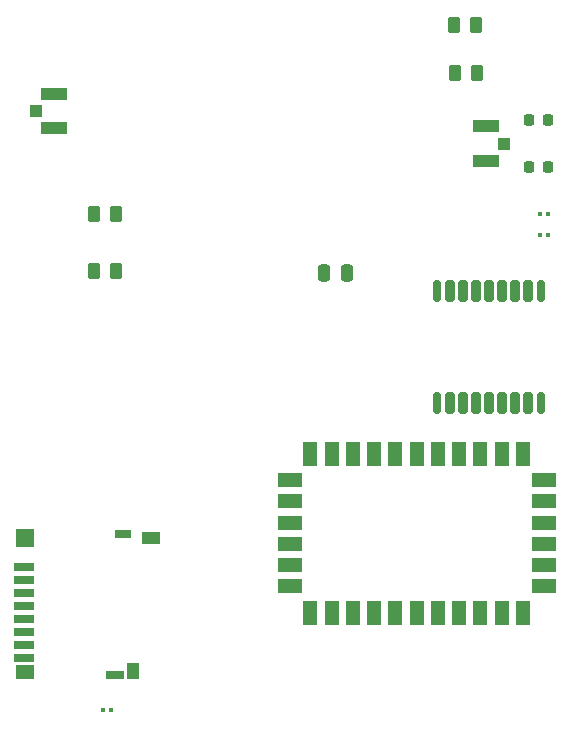
<source format=gbr>
%TF.GenerationSoftware,KiCad,Pcbnew,7.0.6*%
%TF.CreationDate,2023-08-21T19:58:41-03:00*%
%TF.ProjectId,satelite,73617465-6c69-4746-952e-6b696361645f,rev?*%
%TF.SameCoordinates,Original*%
%TF.FileFunction,Paste,Bot*%
%TF.FilePolarity,Positive*%
%FSLAX46Y46*%
G04 Gerber Fmt 4.6, Leading zero omitted, Abs format (unit mm)*
G04 Created by KiCad (PCBNEW 7.0.6) date 2023-08-21 19:58:41*
%MOMM*%
%LPD*%
G01*
G04 APERTURE LIST*
G04 Aperture macros list*
%AMRoundRect*
0 Rectangle with rounded corners*
0 $1 Rounding radius*
0 $2 $3 $4 $5 $6 $7 $8 $9 X,Y pos of 4 corners*
0 Add a 4 corners polygon primitive as box body*
4,1,4,$2,$3,$4,$5,$6,$7,$8,$9,$2,$3,0*
0 Add four circle primitives for the rounded corners*
1,1,$1+$1,$2,$3*
1,1,$1+$1,$4,$5*
1,1,$1+$1,$6,$7*
1,1,$1+$1,$8,$9*
0 Add four rect primitives between the rounded corners*
20,1,$1+$1,$2,$3,$4,$5,0*
20,1,$1+$1,$4,$5,$6,$7,0*
20,1,$1+$1,$6,$7,$8,$9,0*
20,1,$1+$1,$8,$9,$2,$3,0*%
G04 Aperture macros list end*
%ADD10RoundRect,0.225000X0.225000X0.250000X-0.225000X0.250000X-0.225000X-0.250000X0.225000X-0.250000X0*%
%ADD11RoundRect,0.250000X0.262500X0.450000X-0.262500X0.450000X-0.262500X-0.450000X0.262500X-0.450000X0*%
%ADD12RoundRect,0.079500X0.079500X0.100500X-0.079500X0.100500X-0.079500X-0.100500X0.079500X-0.100500X0*%
%ADD13RoundRect,0.250000X0.250000X0.475000X-0.250000X0.475000X-0.250000X-0.475000X0.250000X-0.475000X0*%
%ADD14RoundRect,0.250000X-0.262500X-0.450000X0.262500X-0.450000X0.262500X0.450000X-0.262500X0.450000X0*%
%ADD15R,2.000000X1.200000*%
%ADD16R,1.200000X2.000000*%
%ADD17R,2.200000X1.050000*%
%ADD18R,1.050000X1.000000*%
%ADD19RoundRect,0.175000X-0.175000X0.725000X-0.175000X-0.725000X0.175000X-0.725000X0.175000X0.725000X0*%
%ADD20RoundRect,0.200000X-0.200000X0.700000X-0.200000X-0.700000X0.200000X-0.700000X0.200000X0.700000X0*%
%ADD21R,1.750000X0.700000*%
%ADD22R,1.000000X1.450000*%
%ADD23R,1.550000X1.000000*%
%ADD24R,1.500000X0.800000*%
%ADD25R,1.500000X1.300000*%
%ADD26R,1.500000X1.500000*%
%ADD27R,1.400000X0.800000*%
G04 APERTURE END LIST*
D10*
%TO.C,C9*%
X172000000Y-79000000D03*
X170450000Y-79000000D03*
%TD*%
D11*
%TO.C,R8*%
X135412500Y-83000000D03*
X133587500Y-83000000D03*
%TD*%
%TO.C,R6*%
X165912500Y-67000000D03*
X164087500Y-67000000D03*
%TD*%
D12*
%TO.C,C12*%
X135000000Y-125000000D03*
X134310000Y-125000000D03*
%TD*%
D13*
%TO.C,C10*%
X155000000Y-88000000D03*
X153100000Y-88000000D03*
%TD*%
D10*
%TO.C,C8*%
X172000000Y-75000000D03*
X170450000Y-75000000D03*
%TD*%
D12*
%TO.C,C14*%
X172000000Y-84750000D03*
X171310000Y-84750000D03*
%TD*%
D11*
%TO.C,R7*%
X166000000Y-71000000D03*
X164175000Y-71000000D03*
%TD*%
D14*
%TO.C,R9*%
X133587500Y-87750000D03*
X135412500Y-87750000D03*
%TD*%
D12*
%TO.C,C13*%
X172000000Y-83000000D03*
X171310000Y-83000000D03*
%TD*%
D15*
%TO.C,U5*%
X150150000Y-105500000D03*
X150150000Y-107300000D03*
X150150000Y-109100000D03*
X150150000Y-110900000D03*
X150150000Y-112700000D03*
X150150000Y-114500000D03*
D16*
X151900000Y-116750000D03*
X153700000Y-116750000D03*
X155500000Y-116750000D03*
X157300000Y-116750000D03*
X159100000Y-116750000D03*
X160900000Y-116750000D03*
X162700000Y-116750000D03*
X164500000Y-116750000D03*
X166300000Y-116750000D03*
X168100000Y-116750000D03*
X169900000Y-116750000D03*
D15*
X171650000Y-114500000D03*
X171650000Y-112700000D03*
X171650000Y-110900000D03*
X171650000Y-109100000D03*
X171650000Y-107300000D03*
X171650000Y-105500000D03*
D16*
X169900000Y-103250000D03*
X168100000Y-103250000D03*
X166300000Y-103250000D03*
X164500000Y-103250000D03*
X162700000Y-103250000D03*
X160900000Y-103250000D03*
X159100000Y-103250000D03*
X157300000Y-103250000D03*
X155500000Y-103250000D03*
X153700000Y-103250000D03*
X151900000Y-103250000D03*
%TD*%
D17*
%TO.C,J5*%
X166775000Y-75525000D03*
X166775000Y-78475000D03*
D18*
X168300000Y-77000000D03*
%TD*%
D19*
%TO.C,U3*%
X162600000Y-89500000D03*
D20*
X163700000Y-89500000D03*
X164800000Y-89500000D03*
X165900000Y-89500000D03*
X167000000Y-89500000D03*
X168100000Y-89500000D03*
X169200000Y-89500000D03*
X170300000Y-89500000D03*
D19*
X171400000Y-89500000D03*
X171400000Y-99000000D03*
D20*
X170300000Y-99000000D03*
X169200000Y-99000000D03*
X168100000Y-99000000D03*
X167000000Y-99000000D03*
X165900000Y-99000000D03*
X164800000Y-99000000D03*
X163700000Y-99000000D03*
D19*
X162600000Y-99000000D03*
%TD*%
D21*
%TO.C,J1*%
X127650000Y-112825000D03*
X127650000Y-113925000D03*
X127650000Y-115025000D03*
X127650000Y-116125000D03*
X127650000Y-117225000D03*
X127650000Y-118325000D03*
X127650000Y-119425000D03*
X127650000Y-120525000D03*
D22*
X136875000Y-121650000D03*
D23*
X138450000Y-110425000D03*
D24*
X135375000Y-121975000D03*
D25*
X127775000Y-121725000D03*
D26*
X127775000Y-110375000D03*
D27*
X136025000Y-110025000D03*
%TD*%
D18*
%TO.C,J3*%
X128700000Y-74250000D03*
D17*
X130225000Y-72775000D03*
X130225000Y-75725000D03*
%TD*%
M02*

</source>
